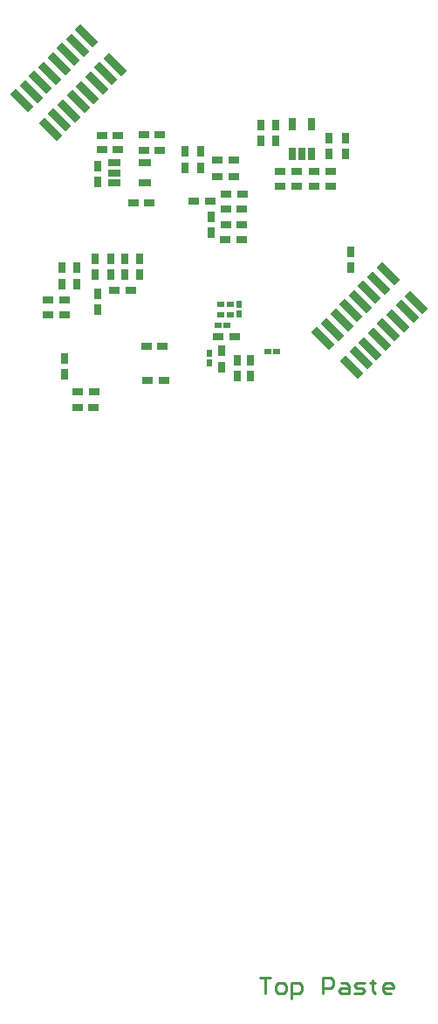
<source format=gtp>
G04*
G04 #@! TF.GenerationSoftware,Altium Limited,Altium Designer,19.0.10 (269)*
G04*
G04 Layer_Color=8421504*
%FSLAX25Y25*%
%MOIN*%
G70*
G01*
G75*
%ADD14C,0.01000*%
%ADD16R,0.03000X0.04000*%
%ADD17R,0.04000X0.03000*%
G04:AMPARAMS|DCode=18|XSize=29.92mil|YSize=94.49mil|CornerRadius=0mil|HoleSize=0mil|Usage=FLASHONLY|Rotation=45.000|XOffset=0mil|YOffset=0mil|HoleType=Round|Shape=Rectangle|*
%AMROTATEDRECTD18*
4,1,4,0.02283,-0.04398,-0.04398,0.02283,-0.02283,0.04398,0.04398,-0.02283,0.02283,-0.04398,0.0*
%
%ADD18ROTATEDRECTD18*%

G04:AMPARAMS|DCode=19|XSize=25.59mil|YSize=47.24mil|CornerRadius=1.92mil|HoleSize=0mil|Usage=FLASHONLY|Rotation=90.000|XOffset=0mil|YOffset=0mil|HoleType=Round|Shape=RoundedRectangle|*
%AMROUNDEDRECTD19*
21,1,0.02559,0.04341,0,0,90.0*
21,1,0.02175,0.04724,0,0,90.0*
1,1,0.00384,0.02170,0.01088*
1,1,0.00384,0.02170,-0.01088*
1,1,0.00384,-0.02170,-0.01088*
1,1,0.00384,-0.02170,0.01088*
%
%ADD19ROUNDEDRECTD19*%
G04:AMPARAMS|DCode=20|XSize=25.59mil|YSize=47.24mil|CornerRadius=1.92mil|HoleSize=0mil|Usage=FLASHONLY|Rotation=180.000|XOffset=0mil|YOffset=0mil|HoleType=Round|Shape=RoundedRectangle|*
%AMROUNDEDRECTD20*
21,1,0.02559,0.04341,0,0,180.0*
21,1,0.02175,0.04724,0,0,180.0*
1,1,0.00384,-0.01088,0.02170*
1,1,0.00384,0.01088,0.02170*
1,1,0.00384,0.01088,-0.02170*
1,1,0.00384,-0.01088,-0.02170*
%
%ADD20ROUNDEDRECTD20*%
%ADD21R,0.02500X0.02400*%
%ADD22R,0.02400X0.02500*%
%ADD23R,0.02500X0.02402*%
G36*
X-7175Y62600D02*
D01*
D02*
G37*
D14*
X22400Y-290302D02*
X26399D01*
X24399D01*
Y-296300D01*
X29398D02*
X31397D01*
X32397Y-295300D01*
Y-293301D01*
X31397Y-292301D01*
X29398D01*
X28398Y-293301D01*
Y-295300D01*
X29398Y-296300D01*
X34396Y-298299D02*
Y-292301D01*
X37395D01*
X38395Y-293301D01*
Y-295300D01*
X37395Y-296300D01*
X34396D01*
X46392D02*
Y-290302D01*
X49391D01*
X50391Y-291302D01*
Y-293301D01*
X49391Y-294301D01*
X46392D01*
X53390Y-292301D02*
X55389D01*
X56389Y-293301D01*
Y-296300D01*
X53390D01*
X52390Y-295300D01*
X53390Y-294301D01*
X56389D01*
X58388Y-296300D02*
X61387D01*
X62387Y-295300D01*
X61387Y-294301D01*
X59388D01*
X58388Y-293301D01*
X59388Y-292301D01*
X62387D01*
X65386Y-291302D02*
Y-292301D01*
X64386D01*
X66386D01*
X65386D01*
Y-295300D01*
X66386Y-296300D01*
X72384D02*
X70385D01*
X69385Y-295300D01*
Y-293301D01*
X70385Y-292301D01*
X72384D01*
X73383Y-293301D01*
Y-294301D01*
X69385D01*
D16*
X57100Y-19898D02*
D03*
Y-13800D02*
D03*
X55000Y23502D02*
D03*
Y29600D02*
D03*
X22700Y34598D02*
D03*
Y28500D02*
D03*
X-39646Y19064D02*
D03*
Y12867D02*
D03*
X48800Y29553D02*
D03*
Y23454D02*
D03*
X28500Y28553D02*
D03*
Y34651D02*
D03*
X13884Y-61216D02*
D03*
Y-55117D02*
D03*
X18930Y-61244D02*
D03*
Y-55146D02*
D03*
X7886Y-57616D02*
D03*
Y-51517D02*
D03*
X-52254Y-54402D02*
D03*
Y-60500D02*
D03*
X-53202Y-19903D02*
D03*
Y-26002D02*
D03*
X-34702Y-22502D02*
D03*
Y-16403D02*
D03*
X-29202Y-22502D02*
D03*
Y-16305D02*
D03*
X-23700Y-16355D02*
D03*
Y-22552D02*
D03*
X-40467Y-16305D02*
D03*
Y-22502D02*
D03*
X-47602Y-26102D02*
D03*
Y-19905D02*
D03*
X-39702Y-35802D02*
D03*
Y-29605D02*
D03*
X3725Y-350D02*
D03*
Y-6547D02*
D03*
X-6177Y18253D02*
D03*
Y24450D02*
D03*
X-275Y18253D02*
D03*
Y24450D02*
D03*
D17*
X-22025Y30800D02*
D03*
X-15926D02*
D03*
X-37898Y30600D02*
D03*
X-31800D02*
D03*
X-15846Y25053D02*
D03*
X-21944D02*
D03*
X-25844Y5053D02*
D03*
X-19746D02*
D03*
X-37944Y25153D02*
D03*
X-31846D02*
D03*
X30102Y16753D02*
D03*
X36298D02*
D03*
X43202Y11353D02*
D03*
X49300D02*
D03*
X43102Y16753D02*
D03*
X49298D02*
D03*
X30148Y11253D02*
D03*
X36345D02*
D03*
X-47154Y-67100D02*
D03*
X-41055D02*
D03*
X-20452Y-62687D02*
D03*
X-14354D02*
D03*
X-14954Y-49687D02*
D03*
X-21052D02*
D03*
X-47213Y-73127D02*
D03*
X-41115D02*
D03*
X12325Y21351D02*
D03*
X6226D02*
D03*
X9325Y-3349D02*
D03*
X15423D02*
D03*
X-26903Y-28503D02*
D03*
X-33100D02*
D03*
X-58398Y-37803D02*
D03*
X-52202D02*
D03*
X-58400Y-32103D02*
D03*
X-52203D02*
D03*
X12422Y15051D02*
D03*
X6225D02*
D03*
X6586Y-46202D02*
D03*
X12684D02*
D03*
X9426Y8151D02*
D03*
X15623D02*
D03*
X9126Y-9149D02*
D03*
X15323D02*
D03*
X3423Y5651D02*
D03*
X-2774D02*
D03*
X15522Y2551D02*
D03*
X9325D02*
D03*
D18*
X-43754Y68503D02*
D03*
X-47290Y64967D02*
D03*
X-50825Y61432D02*
D03*
X-54361Y57896D02*
D03*
X-32897Y57646D02*
D03*
X-36433Y54110D02*
D03*
X-39968Y50575D02*
D03*
X-43504Y47039D02*
D03*
X-57896Y54361D02*
D03*
X-47039Y43504D02*
D03*
X-61432Y50825D02*
D03*
X-50575Y39968D02*
D03*
X-64967Y47290D02*
D03*
X-54110Y36433D02*
D03*
X-68503Y43754D02*
D03*
X-57646Y32897D02*
D03*
X71346Y-22097D02*
D03*
X67810Y-25633D02*
D03*
X64275Y-29168D02*
D03*
X60739Y-32704D02*
D03*
X82203Y-32954D02*
D03*
X78667Y-36490D02*
D03*
X75132Y-40025D02*
D03*
X71596Y-43561D02*
D03*
X57204Y-36239D02*
D03*
X68061Y-47096D02*
D03*
X53668Y-39775D02*
D03*
X64525Y-50632D02*
D03*
X50133Y-43310D02*
D03*
X60990Y-54167D02*
D03*
X46597Y-46846D02*
D03*
X57454Y-57703D02*
D03*
D19*
X-21539Y20093D02*
D03*
Y12613D02*
D03*
X-33153D02*
D03*
Y16353D02*
D03*
Y20093D02*
D03*
D20*
X34663Y35060D02*
D03*
X42143D02*
D03*
Y23446D02*
D03*
X38403D02*
D03*
X34663D02*
D03*
D21*
X25281Y-51916D02*
D03*
X28887D02*
D03*
X9887Y-41916D02*
D03*
X6281D02*
D03*
D22*
X14580Y-33713D02*
D03*
Y-37319D02*
D03*
X2984Y-56069D02*
D03*
Y-52463D02*
D03*
D23*
X10983Y-33630D02*
D03*
X7377D02*
D03*
X11087Y-37916D02*
D03*
X7481D02*
D03*
M02*

</source>
